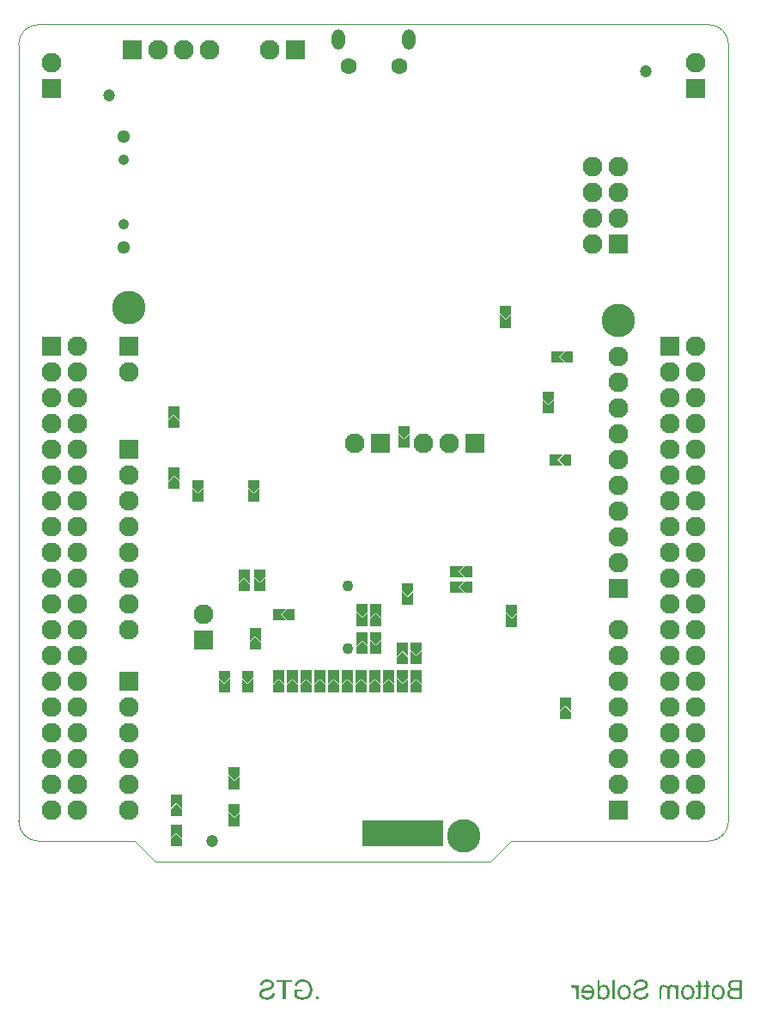
<source format=gbs>
G04 Layer_Color=16711935*
%FSLAX43Y43*%
%MOMM*%
G71*
G01*
G75*
%ADD66C,0.100*%
%ADD83C,1.200*%
%ADD124C,3.300*%
%ADD125C,1.950*%
%ADD126R,1.950X1.950*%
%ADD127R,1.950X1.950*%
%ADD128C,1.290*%
%ADD129C,1.070*%
%ADD130C,1.600*%
%ADD131O,1.300X2.000*%
%ADD132C,1.100*%
%ADD133R,8.000X2.500*%
G36*
X35670Y17390D02*
Y16690D01*
X34570D01*
Y17390D01*
X35120Y17940D01*
X35670Y17390D01*
D02*
G37*
G36*
X34320D02*
Y16690D01*
X33220D01*
Y17390D01*
X33770Y17940D01*
X34320Y17390D01*
D02*
G37*
G36*
X32970D02*
Y16690D01*
X31870D01*
Y17390D01*
X32420Y17940D01*
X32970Y17390D01*
D02*
G37*
G36*
X20850Y16675D02*
X19750D01*
Y18025D01*
X20300Y17475D01*
Y17475D01*
X20850Y18025D01*
Y16675D01*
D02*
G37*
G36*
X39745Y17390D02*
Y16690D01*
X38645D01*
Y17390D01*
X39195Y17940D01*
X39745Y17390D01*
D02*
G37*
G36*
X37020D02*
Y16690D01*
X35920D01*
Y17390D01*
X36470Y17940D01*
X37020Y17390D01*
D02*
G37*
G36*
X27570D02*
Y16690D01*
X26470D01*
Y17390D01*
X27020Y17940D01*
X27570Y17390D01*
D02*
G37*
G36*
X26220D02*
Y16690D01*
X25120D01*
Y17390D01*
X25670Y17940D01*
X26220Y17390D01*
D02*
G37*
G36*
X54450Y14850D02*
X53900Y15400D01*
Y15400D01*
X53350Y14850D01*
Y16200D01*
X54450D01*
Y14850D01*
D02*
G37*
G36*
X31620Y17390D02*
Y16690D01*
X30520D01*
Y17390D01*
X31070Y17940D01*
X31620Y17390D01*
D02*
G37*
G36*
X30270D02*
Y16690D01*
X29170D01*
Y17390D01*
X29720Y17940D01*
X30270Y17390D01*
D02*
G37*
G36*
X28920D02*
Y16690D01*
X27820D01*
Y17390D01*
X28370Y17940D01*
X28920Y17390D01*
D02*
G37*
G36*
X35670Y17490D02*
X35120Y18040D01*
Y18040D01*
X34570Y17490D01*
Y18840D01*
X35670D01*
Y17490D01*
D02*
G37*
G36*
X34320D02*
X33770Y18040D01*
Y18040D01*
X33220Y17490D01*
Y18840D01*
X34320D01*
Y17490D01*
D02*
G37*
G36*
X32970D02*
X32420Y18040D01*
Y18040D01*
X31870Y17490D01*
Y18840D01*
X32970D01*
Y17490D01*
D02*
G37*
G36*
X39745D02*
X39195Y18040D01*
Y18040D01*
X38645Y17490D01*
Y18840D01*
X39745D01*
Y17490D01*
D02*
G37*
G36*
X38395Y16690D02*
X37295D01*
Y18040D01*
X37845Y17490D01*
Y17490D01*
X38395Y18040D01*
Y16690D01*
D02*
G37*
G36*
X37020Y17490D02*
X36470Y18040D01*
Y18040D01*
X35920Y17490D01*
Y18840D01*
X37020D01*
Y17490D01*
D02*
G37*
G36*
X27570D02*
X27020Y18040D01*
Y18040D01*
X26470Y17490D01*
Y18840D01*
X27570D01*
Y17490D01*
D02*
G37*
G36*
X26220D02*
X25670Y18040D01*
Y18040D01*
X25120Y17490D01*
Y18840D01*
X26220D01*
Y17490D01*
D02*
G37*
G36*
X23125Y16675D02*
X22025D01*
Y18025D01*
X22575Y17475D01*
Y17475D01*
X23125Y18025D01*
Y16675D01*
D02*
G37*
G36*
X31620Y17490D02*
X31070Y18040D01*
Y18040D01*
X30520Y17490D01*
Y18840D01*
X31620D01*
Y17490D01*
D02*
G37*
G36*
X30270D02*
X29720Y18040D01*
Y18040D01*
X29170Y17490D01*
Y18840D01*
X30270D01*
Y17490D01*
D02*
G37*
G36*
X28920D02*
X28370Y18040D01*
Y18040D01*
X27820Y17490D01*
Y18840D01*
X28920D01*
Y17490D01*
D02*
G37*
G36*
X54450Y14750D02*
Y14050D01*
X53350D01*
Y14750D01*
X53900Y15300D01*
X54450Y14750D01*
D02*
G37*
G36*
X56172Y-12154D02*
X56222Y-12159D01*
X56269Y-12167D01*
X56314Y-12181D01*
X56355Y-12195D01*
X56394Y-12212D01*
X56430Y-12229D01*
X56461Y-12248D01*
X56491Y-12265D01*
X56516Y-12284D01*
X56539Y-12301D01*
X56555Y-12315D01*
X56569Y-12328D01*
X56580Y-12337D01*
X56586Y-12342D01*
X56589Y-12345D01*
X56619Y-12384D01*
X56647Y-12426D01*
X56672Y-12467D01*
X56694Y-12512D01*
X56711Y-12559D01*
X56725Y-12603D01*
X56747Y-12692D01*
X56755Y-12731D01*
X56761Y-12770D01*
X56763Y-12803D01*
X56766Y-12834D01*
X56769Y-12859D01*
Y-12875D01*
Y-12889D01*
Y-12892D01*
X56766Y-12953D01*
X56761Y-13011D01*
X56752Y-13067D01*
X56741Y-13117D01*
X56727Y-13164D01*
X56714Y-13209D01*
X56697Y-13247D01*
X56680Y-13283D01*
X56664Y-13314D01*
X56647Y-13342D01*
X56633Y-13364D01*
X56619Y-13383D01*
X56608Y-13400D01*
X56600Y-13411D01*
X56594Y-13417D01*
X56591Y-13420D01*
X56555Y-13453D01*
X56519Y-13481D01*
X56480Y-13506D01*
X56439Y-13528D01*
X56400Y-13544D01*
X56358Y-13561D01*
X56280Y-13583D01*
X56244Y-13589D01*
X56211Y-13594D01*
X56180Y-13600D01*
X56155Y-13603D01*
X56136Y-13606D01*
X56106D01*
X56019Y-13600D01*
X55942Y-13586D01*
X55872Y-13569D01*
X55845Y-13558D01*
X55817Y-13547D01*
X55792Y-13536D01*
X55770Y-13525D01*
X55753Y-13517D01*
X55736Y-13508D01*
X55725Y-13500D01*
X55717Y-13494D01*
X55711Y-13489D01*
X55709D01*
X55653Y-13439D01*
X55609Y-13386D01*
X55570Y-13331D01*
X55542Y-13278D01*
X55520Y-13231D01*
X55511Y-13209D01*
X55503Y-13192D01*
X55498Y-13175D01*
X55495Y-13164D01*
X55492Y-13159D01*
Y-13156D01*
X55736Y-13125D01*
X55758Y-13178D01*
X55783Y-13222D01*
X55808Y-13261D01*
X55831Y-13292D01*
X55850Y-13314D01*
X55867Y-13331D01*
X55881Y-13342D01*
X55883Y-13345D01*
X55920Y-13367D01*
X55956Y-13383D01*
X55994Y-13395D01*
X56028Y-13403D01*
X56058Y-13408D01*
X56083Y-13411D01*
X56106D01*
X56139Y-13408D01*
X56169Y-13406D01*
X56225Y-13392D01*
X56275Y-13372D01*
X56319Y-13350D01*
X56353Y-13331D01*
X56378Y-13311D01*
X56394Y-13297D01*
X56397Y-13292D01*
X56400D01*
X56439Y-13242D01*
X56469Y-13186D01*
X56491Y-13125D01*
X56508Y-13070D01*
X56516Y-13020D01*
X56522Y-12998D01*
X56525Y-12978D01*
Y-12961D01*
X56528Y-12950D01*
Y-12942D01*
Y-12939D01*
X55486D01*
X55484Y-12911D01*
Y-12892D01*
Y-12881D01*
Y-12878D01*
X55486Y-12814D01*
X55492Y-12756D01*
X55500Y-12700D01*
X55511Y-12648D01*
X55525Y-12601D01*
X55539Y-12556D01*
X55556Y-12517D01*
X55572Y-12481D01*
X55589Y-12448D01*
X55606Y-12420D01*
X55620Y-12398D01*
X55634Y-12378D01*
X55645Y-12362D01*
X55653Y-12351D01*
X55659Y-12345D01*
X55661Y-12342D01*
X55695Y-12309D01*
X55731Y-12279D01*
X55770Y-12254D01*
X55808Y-12231D01*
X55847Y-12212D01*
X55883Y-12198D01*
X55922Y-12184D01*
X55956Y-12176D01*
X55992Y-12167D01*
X56022Y-12162D01*
X56050Y-12156D01*
X56072Y-12154D01*
X56092Y-12151D01*
X56119D01*
X56172Y-12154D01*
D02*
G37*
G36*
X71300Y-13575D02*
X70567D01*
X70500Y-13572D01*
X70442Y-13569D01*
X70389Y-13564D01*
X70345Y-13558D01*
X70309Y-13553D01*
X70281Y-13550D01*
X70264Y-13544D01*
X70259D01*
X70212Y-13531D01*
X70173Y-13517D01*
X70137Y-13500D01*
X70106Y-13483D01*
X70081Y-13472D01*
X70062Y-13461D01*
X70050Y-13453D01*
X70048Y-13450D01*
X70017Y-13425D01*
X69989Y-13395D01*
X69967Y-13364D01*
X69945Y-13336D01*
X69928Y-13308D01*
X69917Y-13289D01*
X69909Y-13275D01*
X69906Y-13270D01*
X69887Y-13225D01*
X69873Y-13181D01*
X69862Y-13139D01*
X69856Y-13100D01*
X69851Y-13067D01*
X69848Y-13039D01*
Y-13023D01*
Y-13020D01*
Y-13017D01*
X69851Y-12956D01*
X69862Y-12900D01*
X69878Y-12853D01*
X69895Y-12809D01*
X69912Y-12775D01*
X69928Y-12750D01*
X69939Y-12734D01*
X69942Y-12728D01*
X69981Y-12684D01*
X70023Y-12648D01*
X70070Y-12617D01*
X70112Y-12592D01*
X70150Y-12573D01*
X70184Y-12562D01*
X70195Y-12556D01*
X70203Y-12553D01*
X70209Y-12551D01*
X70212D01*
X70164Y-12523D01*
X70123Y-12495D01*
X70089Y-12465D01*
X70062Y-12437D01*
X70039Y-12415D01*
X70023Y-12392D01*
X70014Y-12381D01*
X70012Y-12376D01*
X69989Y-12334D01*
X69973Y-12295D01*
X69959Y-12256D01*
X69951Y-12220D01*
X69945Y-12190D01*
X69942Y-12165D01*
Y-12151D01*
Y-12145D01*
X69945Y-12098D01*
X69953Y-12051D01*
X69967Y-12009D01*
X69981Y-11970D01*
X69995Y-11937D01*
X70009Y-11915D01*
X70017Y-11898D01*
X70020Y-11893D01*
X70050Y-11851D01*
X70084Y-11812D01*
X70120Y-11782D01*
X70153Y-11757D01*
X70181Y-11737D01*
X70206Y-11723D01*
X70223Y-11715D01*
X70225Y-11712D01*
X70228D01*
X70281Y-11693D01*
X70339Y-11679D01*
X70398Y-11668D01*
X70453Y-11662D01*
X70503Y-11657D01*
X70525D01*
X70545Y-11654D01*
X71300D01*
Y-13575D01*
D02*
G37*
G36*
X58785D02*
X58549D01*
Y-11654D01*
X58785D01*
Y-13575D01*
D02*
G37*
G36*
X64467Y-12154D02*
X64515Y-12162D01*
X64556Y-12170D01*
X64592Y-12181D01*
X64623Y-12195D01*
X64645Y-12204D01*
X64659Y-12212D01*
X64665Y-12215D01*
X64703Y-12240D01*
X64737Y-12267D01*
X64767Y-12295D01*
X64792Y-12323D01*
X64812Y-12345D01*
X64828Y-12365D01*
X64837Y-12376D01*
X64840Y-12381D01*
Y-12181D01*
X65051D01*
Y-13575D01*
X64815D01*
Y-12853D01*
X64812Y-12787D01*
X64809Y-12728D01*
X64803Y-12678D01*
X64795Y-12637D01*
X64787Y-12606D01*
X64781Y-12584D01*
X64778Y-12570D01*
X64776Y-12564D01*
X64759Y-12528D01*
X64740Y-12498D01*
X64720Y-12470D01*
X64701Y-12448D01*
X64681Y-12431D01*
X64667Y-12420D01*
X64656Y-12412D01*
X64654Y-12409D01*
X64620Y-12392D01*
X64590Y-12378D01*
X64556Y-12370D01*
X64529Y-12362D01*
X64506Y-12359D01*
X64487Y-12356D01*
X64470D01*
X64423Y-12359D01*
X64384Y-12367D01*
X64351Y-12381D01*
X64326Y-12395D01*
X64306Y-12412D01*
X64293Y-12423D01*
X64284Y-12434D01*
X64282Y-12437D01*
X64262Y-12470D01*
X64248Y-12506D01*
X64237Y-12545D01*
X64232Y-12584D01*
X64226Y-12617D01*
X64223Y-12648D01*
Y-12659D01*
Y-12664D01*
Y-12670D01*
Y-12673D01*
Y-13575D01*
X63987D01*
Y-12767D01*
X63982Y-12692D01*
X63971Y-12628D01*
X63957Y-12576D01*
X63937Y-12531D01*
X63921Y-12498D01*
X63904Y-12476D01*
X63893Y-12462D01*
X63890Y-12456D01*
X63851Y-12423D01*
X63810Y-12398D01*
X63768Y-12381D01*
X63729Y-12367D01*
X63696Y-12362D01*
X63668Y-12359D01*
X63657Y-12356D01*
X63643D01*
X63612Y-12359D01*
X63587Y-12362D01*
X63562Y-12367D01*
X63543Y-12376D01*
X63524Y-12384D01*
X63512Y-12390D01*
X63504Y-12392D01*
X63501Y-12395D01*
X63479Y-12412D01*
X63463Y-12428D01*
X63449Y-12445D01*
X63438Y-12462D01*
X63429Y-12476D01*
X63424Y-12487D01*
X63418Y-12495D01*
Y-12498D01*
X63410Y-12523D01*
X63404Y-12556D01*
X63401Y-12589D01*
X63399Y-12623D01*
X63396Y-12653D01*
Y-12678D01*
Y-12695D01*
Y-12698D01*
Y-12700D01*
Y-13575D01*
X63160D01*
Y-12620D01*
Y-12576D01*
X63165Y-12537D01*
X63171Y-12498D01*
X63177Y-12465D01*
X63185Y-12431D01*
X63196Y-12403D01*
X63204Y-12378D01*
X63215Y-12353D01*
X63227Y-12334D01*
X63235Y-12315D01*
X63254Y-12290D01*
X63265Y-12273D01*
X63271Y-12267D01*
X63315Y-12229D01*
X63368Y-12201D01*
X63421Y-12179D01*
X63471Y-12165D01*
X63518Y-12156D01*
X63537Y-12154D01*
X63557D01*
X63571Y-12151D01*
X63590D01*
X63640Y-12154D01*
X63685Y-12162D01*
X63729Y-12173D01*
X63771Y-12190D01*
X63810Y-12209D01*
X63846Y-12229D01*
X63876Y-12251D01*
X63907Y-12273D01*
X63934Y-12298D01*
X63957Y-12320D01*
X63976Y-12340D01*
X63993Y-12359D01*
X64007Y-12376D01*
X64015Y-12387D01*
X64021Y-12395D01*
X64023Y-12398D01*
X64040Y-12356D01*
X64062Y-12320D01*
X64087Y-12290D01*
X64109Y-12265D01*
X64132Y-12242D01*
X64148Y-12229D01*
X64159Y-12220D01*
X64165Y-12217D01*
X64204Y-12195D01*
X64245Y-12179D01*
X64287Y-12167D01*
X64329Y-12159D01*
X64362Y-12154D01*
X64393Y-12151D01*
X64418D01*
X64467Y-12154D01*
D02*
G37*
G36*
X67996Y-11837D02*
Y-12181D01*
X68171D01*
Y-12365D01*
X67996D01*
Y-13170D01*
Y-13209D01*
Y-13242D01*
X67993Y-13272D01*
X67991Y-13303D01*
Y-13328D01*
X67988Y-13350D01*
X67982Y-13386D01*
X67977Y-13414D01*
X67974Y-13433D01*
X67968Y-13445D01*
Y-13447D01*
X67957Y-13472D01*
X67941Y-13492D01*
X67924Y-13511D01*
X67910Y-13525D01*
X67893Y-13539D01*
X67882Y-13547D01*
X67874Y-13553D01*
X67871Y-13556D01*
X67841Y-13569D01*
X67810Y-13578D01*
X67777Y-13586D01*
X67743Y-13589D01*
X67716Y-13592D01*
X67693Y-13594D01*
X67671D01*
X67610Y-13592D01*
X67580Y-13589D01*
X67552Y-13583D01*
X67527Y-13581D01*
X67507Y-13578D01*
X67496Y-13575D01*
X67491D01*
X67521Y-13367D01*
X67544Y-13370D01*
X67566Y-13372D01*
X67585D01*
X67599Y-13375D01*
X67627D01*
X67663Y-13372D01*
X67688Y-13367D01*
X67702Y-13361D01*
X67707Y-13358D01*
X67727Y-13345D01*
X67738Y-13331D01*
X67746Y-13320D01*
X67749Y-13314D01*
X67752Y-13300D01*
X67755Y-13281D01*
X67757Y-13236D01*
X67760Y-13217D01*
Y-13200D01*
Y-13189D01*
Y-13184D01*
Y-12365D01*
X67521D01*
Y-12181D01*
X67760D01*
Y-11696D01*
X67996Y-11837D01*
D02*
G37*
G36*
X67249D02*
Y-12181D01*
X67424D01*
Y-12365D01*
X67249D01*
Y-13170D01*
Y-13209D01*
Y-13242D01*
X67246Y-13272D01*
X67244Y-13303D01*
Y-13328D01*
X67241Y-13350D01*
X67235Y-13386D01*
X67230Y-13414D01*
X67227Y-13433D01*
X67222Y-13445D01*
Y-13447D01*
X67210Y-13472D01*
X67194Y-13492D01*
X67177Y-13511D01*
X67163Y-13525D01*
X67147Y-13539D01*
X67135Y-13547D01*
X67127Y-13553D01*
X67124Y-13556D01*
X67094Y-13569D01*
X67063Y-13578D01*
X67030Y-13586D01*
X66997Y-13589D01*
X66969Y-13592D01*
X66947Y-13594D01*
X66924D01*
X66863Y-13592D01*
X66833Y-13589D01*
X66805Y-13583D01*
X66780Y-13581D01*
X66761Y-13578D01*
X66750Y-13575D01*
X66744D01*
X66775Y-13367D01*
X66797Y-13370D01*
X66819Y-13372D01*
X66838D01*
X66852Y-13375D01*
X66880D01*
X66916Y-13372D01*
X66941Y-13367D01*
X66955Y-13361D01*
X66961Y-13358D01*
X66980Y-13345D01*
X66991Y-13331D01*
X66999Y-13320D01*
X67002Y-13314D01*
X67005Y-13300D01*
X67008Y-13281D01*
X67011Y-13236D01*
X67013Y-13217D01*
Y-13200D01*
Y-13189D01*
Y-13184D01*
Y-12365D01*
X66775D01*
Y-12181D01*
X67013D01*
Y-11696D01*
X67249Y-11837D01*
D02*
G37*
G36*
X59756Y-12154D02*
X59801Y-12156D01*
X59887Y-12176D01*
X59962Y-12201D01*
X59995Y-12215D01*
X60026Y-12229D01*
X60053Y-12242D01*
X60076Y-12256D01*
X60098Y-12270D01*
X60114Y-12281D01*
X60128Y-12292D01*
X60139Y-12301D01*
X60145Y-12304D01*
X60148Y-12306D01*
X60187Y-12342D01*
X60217Y-12384D01*
X60248Y-12428D01*
X60270Y-12473D01*
X60292Y-12520D01*
X60309Y-12570D01*
X60323Y-12617D01*
X60334Y-12662D01*
X60345Y-12706D01*
X60350Y-12745D01*
X60356Y-12784D01*
X60359Y-12814D01*
Y-12842D01*
X60361Y-12862D01*
Y-12873D01*
Y-12878D01*
X60359Y-12942D01*
X60353Y-13003D01*
X60345Y-13059D01*
X60334Y-13111D01*
X60320Y-13159D01*
X60306Y-13203D01*
X60289Y-13245D01*
X60273Y-13281D01*
X60256Y-13314D01*
X60239Y-13342D01*
X60225Y-13364D01*
X60212Y-13383D01*
X60200Y-13400D01*
X60192Y-13411D01*
X60187Y-13417D01*
X60184Y-13420D01*
X60148Y-13453D01*
X60112Y-13481D01*
X60073Y-13506D01*
X60034Y-13528D01*
X59995Y-13544D01*
X59953Y-13561D01*
X59878Y-13583D01*
X59845Y-13589D01*
X59812Y-13594D01*
X59784Y-13600D01*
X59759Y-13603D01*
X59737Y-13606D01*
X59709D01*
X59642Y-13603D01*
X59581Y-13592D01*
X59523Y-13578D01*
X59476Y-13564D01*
X59434Y-13547D01*
X59418Y-13542D01*
X59404Y-13536D01*
X59390Y-13531D01*
X59381Y-13525D01*
X59379Y-13522D01*
X59376D01*
X59320Y-13486D01*
X59273Y-13447D01*
X59232Y-13408D01*
X59198Y-13370D01*
X59173Y-13336D01*
X59154Y-13308D01*
X59148Y-13297D01*
X59143Y-13289D01*
X59140Y-13286D01*
Y-13283D01*
X59112Y-13220D01*
X59093Y-13150D01*
X59076Y-13081D01*
X59068Y-13011D01*
X59062Y-12981D01*
Y-12953D01*
X59059Y-12925D01*
X59057Y-12903D01*
Y-12884D01*
Y-12870D01*
Y-12862D01*
Y-12859D01*
X59059Y-12798D01*
X59065Y-12742D01*
X59073Y-12689D01*
X59084Y-12639D01*
X59098Y-12592D01*
X59115Y-12551D01*
X59132Y-12509D01*
X59148Y-12476D01*
X59165Y-12445D01*
X59182Y-12417D01*
X59198Y-12392D01*
X59212Y-12373D01*
X59223Y-12359D01*
X59232Y-12348D01*
X59237Y-12342D01*
X59240Y-12340D01*
X59276Y-12306D01*
X59312Y-12279D01*
X59351Y-12251D01*
X59390Y-12231D01*
X59429Y-12212D01*
X59468Y-12198D01*
X59542Y-12173D01*
X59579Y-12167D01*
X59609Y-12162D01*
X59637Y-12156D01*
X59662Y-12154D01*
X59681Y-12151D01*
X59709D01*
X59756Y-12154D01*
D02*
G37*
G36*
X57299Y-12342D02*
X57324Y-12312D01*
X57352Y-12287D01*
X57377Y-12262D01*
X57405Y-12242D01*
X57427Y-12229D01*
X57444Y-12215D01*
X57455Y-12209D01*
X57460Y-12206D01*
X57496Y-12187D01*
X57535Y-12173D01*
X57574Y-12165D01*
X57610Y-12156D01*
X57641Y-12154D01*
X57663Y-12151D01*
X57685D01*
X57746Y-12154D01*
X57805Y-12165D01*
X57857Y-12179D01*
X57902Y-12195D01*
X57941Y-12215D01*
X57968Y-12229D01*
X57979Y-12234D01*
X57988Y-12240D01*
X57991Y-12242D01*
X57993D01*
X58043Y-12279D01*
X58085Y-12323D01*
X58121Y-12365D01*
X58149Y-12406D01*
X58171Y-12445D01*
X58188Y-12476D01*
X58193Y-12487D01*
X58199Y-12495D01*
X58202Y-12501D01*
Y-12503D01*
X58224Y-12567D01*
X58240Y-12634D01*
X58254Y-12698D01*
X58263Y-12756D01*
X58268Y-12806D01*
Y-12828D01*
X58271Y-12845D01*
Y-12862D01*
Y-12873D01*
Y-12878D01*
Y-12881D01*
X58268Y-12959D01*
X58260Y-13031D01*
X58246Y-13095D01*
X58232Y-13150D01*
X58227Y-13175D01*
X58221Y-13195D01*
X58213Y-13214D01*
X58207Y-13231D01*
X58202Y-13242D01*
X58199Y-13250D01*
X58196Y-13256D01*
Y-13259D01*
X58165Y-13317D01*
X58129Y-13367D01*
X58093Y-13411D01*
X58057Y-13447D01*
X58027Y-13475D01*
X58002Y-13497D01*
X57985Y-13508D01*
X57982Y-13514D01*
X57979D01*
X57927Y-13544D01*
X57874Y-13567D01*
X57821Y-13583D01*
X57774Y-13594D01*
X57735Y-13600D01*
X57702Y-13603D01*
X57691Y-13606D01*
X57674D01*
X57627Y-13603D01*
X57582Y-13597D01*
X57541Y-13586D01*
X57505Y-13572D01*
X57469Y-13558D01*
X57435Y-13542D01*
X57408Y-13522D01*
X57383Y-13503D01*
X57358Y-13483D01*
X57338Y-13464D01*
X57322Y-13447D01*
X57308Y-13433D01*
X57297Y-13420D01*
X57288Y-13408D01*
X57285Y-13403D01*
X57283Y-13400D01*
Y-13575D01*
X57063D01*
Y-11654D01*
X57299D01*
Y-12342D01*
D02*
G37*
G36*
X61444Y-11623D02*
X61508Y-11632D01*
X61569Y-11643D01*
X61622Y-11654D01*
X61664Y-11665D01*
X61683Y-11671D01*
X61697Y-11676D01*
X61708Y-11682D01*
X61716Y-11684D01*
X61722Y-11687D01*
X61725D01*
X61780Y-11715D01*
X61830Y-11745D01*
X61872Y-11779D01*
X61905Y-11809D01*
X61930Y-11837D01*
X61949Y-11859D01*
X61963Y-11876D01*
X61966Y-11879D01*
Y-11882D01*
X61994Y-11929D01*
X62013Y-11976D01*
X62027Y-12023D01*
X62036Y-12065D01*
X62041Y-12101D01*
X62047Y-12129D01*
Y-12140D01*
Y-12148D01*
Y-12151D01*
Y-12154D01*
X62044Y-12201D01*
X62036Y-12245D01*
X62024Y-12287D01*
X62013Y-12323D01*
X62002Y-12351D01*
X61991Y-12373D01*
X61983Y-12387D01*
X61980Y-12392D01*
X61952Y-12431D01*
X61919Y-12467D01*
X61886Y-12498D01*
X61852Y-12523D01*
X61825Y-12545D01*
X61800Y-12559D01*
X61783Y-12570D01*
X61780Y-12573D01*
X61777D01*
X61755Y-12584D01*
X61730Y-12595D01*
X61675Y-12614D01*
X61611Y-12634D01*
X61550Y-12653D01*
X61494Y-12670D01*
X61469Y-12676D01*
X61447Y-12681D01*
X61430Y-12687D01*
X61416Y-12689D01*
X61408Y-12692D01*
X61405D01*
X61358Y-12703D01*
X61314Y-12714D01*
X61275Y-12725D01*
X61242Y-12734D01*
X61208Y-12742D01*
X61180Y-12750D01*
X61155Y-12756D01*
X61136Y-12764D01*
X61117Y-12770D01*
X61103Y-12773D01*
X61081Y-12781D01*
X61067Y-12784D01*
X61064Y-12787D01*
X61022Y-12803D01*
X60986Y-12823D01*
X60956Y-12842D01*
X60933Y-12859D01*
X60914Y-12875D01*
X60903Y-12887D01*
X60895Y-12895D01*
X60892Y-12898D01*
X60872Y-12923D01*
X60858Y-12950D01*
X60850Y-12978D01*
X60842Y-13000D01*
X60839Y-13023D01*
X60836Y-13039D01*
Y-13053D01*
Y-13056D01*
X60839Y-13089D01*
X60845Y-13120D01*
X60853Y-13147D01*
X60864Y-13170D01*
X60875Y-13192D01*
X60883Y-13206D01*
X60889Y-13217D01*
X60892Y-13220D01*
X60914Y-13247D01*
X60942Y-13270D01*
X60969Y-13289D01*
X60994Y-13308D01*
X61019Y-13320D01*
X61039Y-13331D01*
X61053Y-13336D01*
X61058Y-13339D01*
X61100Y-13353D01*
X61144Y-13364D01*
X61189Y-13370D01*
X61228Y-13375D01*
X61261Y-13378D01*
X61289Y-13381D01*
X61314D01*
X61375Y-13378D01*
X61430Y-13372D01*
X61480Y-13364D01*
X61525Y-13353D01*
X61561Y-13342D01*
X61589Y-13333D01*
X61597Y-13331D01*
X61605Y-13328D01*
X61608Y-13325D01*
X61611D01*
X61655Y-13303D01*
X61697Y-13278D01*
X61727Y-13253D01*
X61755Y-13228D01*
X61777Y-13209D01*
X61791Y-13189D01*
X61800Y-13178D01*
X61802Y-13175D01*
X61822Y-13139D01*
X61841Y-13100D01*
X61852Y-13059D01*
X61863Y-13023D01*
X61872Y-12986D01*
X61877Y-12961D01*
Y-12950D01*
X61880Y-12942D01*
Y-12939D01*
Y-12936D01*
X62119Y-12959D01*
X62113Y-13028D01*
X62102Y-13095D01*
X62086Y-13153D01*
X62066Y-13206D01*
X62047Y-13247D01*
X62038Y-13264D01*
X62033Y-13278D01*
X62024Y-13289D01*
X62022Y-13297D01*
X62016Y-13303D01*
Y-13306D01*
X61974Y-13358D01*
X61930Y-13406D01*
X61883Y-13445D01*
X61838Y-13478D01*
X61800Y-13503D01*
X61766Y-13519D01*
X61755Y-13525D01*
X61747Y-13531D01*
X61741Y-13533D01*
X61738D01*
X61669Y-13558D01*
X61597Y-13578D01*
X61525Y-13589D01*
X61455Y-13600D01*
X61422Y-13603D01*
X61394Y-13606D01*
X61369D01*
X61347Y-13608D01*
X61303D01*
X61228Y-13606D01*
X61158Y-13597D01*
X61094Y-13583D01*
X61042Y-13569D01*
X60997Y-13558D01*
X60978Y-13550D01*
X60961Y-13544D01*
X60950Y-13539D01*
X60942Y-13536D01*
X60936Y-13533D01*
X60933D01*
X60875Y-13503D01*
X60825Y-13470D01*
X60781Y-13433D01*
X60745Y-13400D01*
X60717Y-13372D01*
X60697Y-13347D01*
X60684Y-13331D01*
X60681Y-13328D01*
Y-13325D01*
X60650Y-13272D01*
X60628Y-13222D01*
X60614Y-13175D01*
X60603Y-13131D01*
X60597Y-13092D01*
X60592Y-13061D01*
Y-13050D01*
Y-13042D01*
Y-13039D01*
Y-13036D01*
X60595Y-12981D01*
X60603Y-12928D01*
X60617Y-12881D01*
X60631Y-12842D01*
X60647Y-12809D01*
X60659Y-12784D01*
X60670Y-12770D01*
X60672Y-12764D01*
X60706Y-12723D01*
X60745Y-12684D01*
X60786Y-12651D01*
X60828Y-12620D01*
X60864Y-12598D01*
X60895Y-12581D01*
X60906Y-12576D01*
X60914Y-12570D01*
X60919Y-12567D01*
X60922D01*
X60944Y-12556D01*
X60972Y-12548D01*
X61003Y-12537D01*
X61036Y-12526D01*
X61105Y-12506D01*
X61178Y-12487D01*
X61211Y-12478D01*
X61242Y-12470D01*
X61272Y-12462D01*
X61297Y-12456D01*
X61316Y-12451D01*
X61333Y-12448D01*
X61344Y-12445D01*
X61347D01*
X61403Y-12431D01*
X61453Y-12420D01*
X61497Y-12406D01*
X61536Y-12395D01*
X61572Y-12381D01*
X61602Y-12370D01*
X61630Y-12359D01*
X61655Y-12351D01*
X61675Y-12340D01*
X61691Y-12331D01*
X61702Y-12326D01*
X61713Y-12317D01*
X61727Y-12309D01*
X61730Y-12306D01*
X61755Y-12279D01*
X61772Y-12251D01*
X61786Y-12223D01*
X61794Y-12195D01*
X61800Y-12173D01*
X61802Y-12154D01*
Y-12142D01*
Y-12137D01*
X61797Y-12092D01*
X61786Y-12054D01*
X61769Y-12020D01*
X61750Y-11990D01*
X61733Y-11968D01*
X61716Y-11948D01*
X61705Y-11937D01*
X61700Y-11934D01*
X61677Y-11920D01*
X61655Y-11906D01*
X61602Y-11884D01*
X61547Y-11870D01*
X61491Y-11859D01*
X61441Y-11854D01*
X61419Y-11851D01*
X61403Y-11848D01*
X61364D01*
X61286Y-11851D01*
X61217Y-11862D01*
X61161Y-11879D01*
X61114Y-11895D01*
X61078Y-11912D01*
X61050Y-11929D01*
X61036Y-11940D01*
X61031Y-11943D01*
X60992Y-11981D01*
X60961Y-12023D01*
X60936Y-12068D01*
X60919Y-12112D01*
X60908Y-12154D01*
X60900Y-12184D01*
X60897Y-12198D01*
X60895Y-12206D01*
Y-12212D01*
Y-12215D01*
X60650Y-12195D01*
X60656Y-12134D01*
X60670Y-12079D01*
X60684Y-12026D01*
X60703Y-11981D01*
X60720Y-11945D01*
X60733Y-11918D01*
X60739Y-11909D01*
X60745Y-11901D01*
X60747Y-11898D01*
Y-11895D01*
X60783Y-11848D01*
X60822Y-11807D01*
X60864Y-11770D01*
X60906Y-11743D01*
X60942Y-11718D01*
X60969Y-11704D01*
X60981Y-11698D01*
X60989Y-11693D01*
X60994Y-11690D01*
X60997D01*
X61058Y-11668D01*
X61125Y-11651D01*
X61186Y-11637D01*
X61244Y-11629D01*
X61297Y-11623D01*
X61316D01*
X61336Y-11621D01*
X61372D01*
X61444Y-11623D01*
D02*
G37*
G36*
X54715Y-12154D02*
X54742Y-12159D01*
X54770Y-12167D01*
X54792Y-12176D01*
X54809Y-12184D01*
X54826Y-12192D01*
X54834Y-12198D01*
X54837Y-12201D01*
X54862Y-12223D01*
X54887Y-12251D01*
X54912Y-12284D01*
X54934Y-12315D01*
X54956Y-12345D01*
X54970Y-12370D01*
X54981Y-12390D01*
X54984Y-12392D01*
Y-12181D01*
X55198D01*
Y-13575D01*
X54962D01*
Y-12848D01*
X54959Y-12792D01*
X54956Y-12742D01*
X54951Y-12695D01*
X54942Y-12653D01*
X54934Y-12620D01*
X54928Y-12595D01*
X54926Y-12578D01*
X54923Y-12573D01*
X54912Y-12542D01*
X54898Y-12517D01*
X54884Y-12495D01*
X54870Y-12476D01*
X54856Y-12462D01*
X54848Y-12451D01*
X54840Y-12445D01*
X54837Y-12442D01*
X54815Y-12426D01*
X54790Y-12415D01*
X54765Y-12406D01*
X54745Y-12401D01*
X54726Y-12398D01*
X54712Y-12395D01*
X54698D01*
X54667Y-12398D01*
X54637Y-12403D01*
X54606Y-12412D01*
X54581Y-12420D01*
X54559Y-12428D01*
X54543Y-12437D01*
X54531Y-12442D01*
X54529Y-12445D01*
X54443Y-12229D01*
X54490Y-12204D01*
X54534Y-12184D01*
X54573Y-12170D01*
X54609Y-12159D01*
X54640Y-12154D01*
X54665Y-12151D01*
X54684D01*
X54715Y-12154D01*
D02*
G37*
G36*
X69012D02*
X69057Y-12156D01*
X69143Y-12176D01*
X69218Y-12201D01*
X69251Y-12215D01*
X69281Y-12229D01*
X69309Y-12242D01*
X69331Y-12256D01*
X69354Y-12270D01*
X69370Y-12281D01*
X69384Y-12292D01*
X69395Y-12301D01*
X69401Y-12304D01*
X69404Y-12306D01*
X69442Y-12342D01*
X69473Y-12384D01*
X69504Y-12428D01*
X69526Y-12473D01*
X69548Y-12520D01*
X69565Y-12570D01*
X69579Y-12617D01*
X69590Y-12662D01*
X69601Y-12706D01*
X69606Y-12745D01*
X69612Y-12784D01*
X69615Y-12814D01*
Y-12842D01*
X69617Y-12862D01*
Y-12873D01*
Y-12878D01*
X69615Y-12942D01*
X69609Y-13003D01*
X69601Y-13059D01*
X69590Y-13111D01*
X69576Y-13159D01*
X69562Y-13203D01*
X69545Y-13245D01*
X69529Y-13281D01*
X69512Y-13314D01*
X69495Y-13342D01*
X69481Y-13364D01*
X69467Y-13383D01*
X69456Y-13400D01*
X69448Y-13411D01*
X69442Y-13417D01*
X69440Y-13420D01*
X69404Y-13453D01*
X69368Y-13481D01*
X69329Y-13506D01*
X69290Y-13528D01*
X69251Y-13544D01*
X69209Y-13561D01*
X69134Y-13583D01*
X69101Y-13589D01*
X69068Y-13594D01*
X69040Y-13600D01*
X69015Y-13603D01*
X68993Y-13606D01*
X68965D01*
X68898Y-13603D01*
X68837Y-13592D01*
X68779Y-13578D01*
X68732Y-13564D01*
X68690Y-13547D01*
X68673Y-13542D01*
X68660Y-13536D01*
X68646Y-13531D01*
X68637Y-13525D01*
X68635Y-13522D01*
X68632D01*
X68576Y-13486D01*
X68529Y-13447D01*
X68487Y-13408D01*
X68454Y-13370D01*
X68429Y-13336D01*
X68410Y-13308D01*
X68404Y-13297D01*
X68399Y-13289D01*
X68396Y-13286D01*
Y-13283D01*
X68368Y-13220D01*
X68349Y-13150D01*
X68332Y-13081D01*
X68324Y-13011D01*
X68318Y-12981D01*
Y-12953D01*
X68315Y-12925D01*
X68313Y-12903D01*
Y-12884D01*
Y-12870D01*
Y-12862D01*
Y-12859D01*
X68315Y-12798D01*
X68321Y-12742D01*
X68329Y-12689D01*
X68340Y-12639D01*
X68354Y-12592D01*
X68371Y-12551D01*
X68388Y-12509D01*
X68404Y-12476D01*
X68421Y-12445D01*
X68438Y-12417D01*
X68454Y-12392D01*
X68468Y-12373D01*
X68479Y-12359D01*
X68487Y-12348D01*
X68493Y-12342D01*
X68496Y-12340D01*
X68532Y-12306D01*
X68568Y-12279D01*
X68607Y-12251D01*
X68646Y-12231D01*
X68685Y-12212D01*
X68723Y-12198D01*
X68798Y-12173D01*
X68835Y-12167D01*
X68865Y-12162D01*
X68893Y-12156D01*
X68918Y-12154D01*
X68937Y-12151D01*
X68965D01*
X69012Y-12154D01*
D02*
G37*
G36*
X66025D02*
X66069Y-12156D01*
X66155Y-12176D01*
X66230Y-12201D01*
X66264Y-12215D01*
X66294Y-12229D01*
X66322Y-12242D01*
X66344Y-12256D01*
X66366Y-12270D01*
X66383Y-12281D01*
X66397Y-12292D01*
X66408Y-12301D01*
X66414Y-12304D01*
X66416Y-12306D01*
X66455Y-12342D01*
X66486Y-12384D01*
X66516Y-12428D01*
X66539Y-12473D01*
X66561Y-12520D01*
X66577Y-12570D01*
X66591Y-12617D01*
X66602Y-12662D01*
X66614Y-12706D01*
X66619Y-12745D01*
X66625Y-12784D01*
X66627Y-12814D01*
Y-12842D01*
X66630Y-12862D01*
Y-12873D01*
Y-12878D01*
X66627Y-12942D01*
X66622Y-13003D01*
X66614Y-13059D01*
X66602Y-13111D01*
X66589Y-13159D01*
X66575Y-13203D01*
X66558Y-13245D01*
X66541Y-13281D01*
X66525Y-13314D01*
X66508Y-13342D01*
X66494Y-13364D01*
X66480Y-13383D01*
X66469Y-13400D01*
X66461Y-13411D01*
X66455Y-13417D01*
X66452Y-13420D01*
X66416Y-13453D01*
X66380Y-13481D01*
X66341Y-13506D01*
X66303Y-13528D01*
X66264Y-13544D01*
X66222Y-13561D01*
X66147Y-13583D01*
X66114Y-13589D01*
X66080Y-13594D01*
X66053Y-13600D01*
X66028Y-13603D01*
X66006Y-13606D01*
X65978D01*
X65911Y-13603D01*
X65850Y-13592D01*
X65792Y-13578D01*
X65745Y-13564D01*
X65703Y-13547D01*
X65686Y-13542D01*
X65672Y-13536D01*
X65659Y-13531D01*
X65650Y-13525D01*
X65647Y-13522D01*
X65645D01*
X65589Y-13486D01*
X65542Y-13447D01*
X65500Y-13408D01*
X65467Y-13370D01*
X65442Y-13336D01*
X65423Y-13308D01*
X65417Y-13297D01*
X65411Y-13289D01*
X65409Y-13286D01*
Y-13283D01*
X65381Y-13220D01*
X65361Y-13150D01*
X65345Y-13081D01*
X65336Y-13011D01*
X65331Y-12981D01*
Y-12953D01*
X65328Y-12925D01*
X65325Y-12903D01*
Y-12884D01*
Y-12870D01*
Y-12862D01*
Y-12859D01*
X65328Y-12798D01*
X65334Y-12742D01*
X65342Y-12689D01*
X65353Y-12639D01*
X65367Y-12592D01*
X65384Y-12551D01*
X65400Y-12509D01*
X65417Y-12476D01*
X65434Y-12445D01*
X65450Y-12417D01*
X65467Y-12392D01*
X65481Y-12373D01*
X65492Y-12359D01*
X65500Y-12348D01*
X65506Y-12342D01*
X65509Y-12340D01*
X65545Y-12306D01*
X65581Y-12279D01*
X65620Y-12251D01*
X65659Y-12231D01*
X65697Y-12212D01*
X65736Y-12198D01*
X65811Y-12173D01*
X65847Y-12167D01*
X65878Y-12162D01*
X65906Y-12156D01*
X65931Y-12154D01*
X65950Y-12151D01*
X65978D01*
X66025Y-12154D01*
D02*
G37*
G36*
X16075Y5150D02*
Y4450D01*
X14975D01*
Y5150D01*
X15525Y5700D01*
X16075Y5150D01*
D02*
G37*
G36*
X21800Y4925D02*
X21250Y4375D01*
X20700Y4925D01*
Y5625D01*
X21800D01*
Y4925D01*
D02*
G37*
G36*
Y3475D02*
X20700D01*
Y4825D01*
X21250Y4275D01*
Y4275D01*
X21800Y4825D01*
Y3475D01*
D02*
G37*
G36*
Y8575D02*
X21250Y8025D01*
X20700Y8575D01*
Y9275D01*
X21800D01*
Y8575D01*
D02*
G37*
G36*
Y7125D02*
X20700D01*
Y8475D01*
X21250Y7925D01*
Y7925D01*
X21800Y8475D01*
Y7125D01*
D02*
G37*
G36*
X16075Y5250D02*
X15525Y5800D01*
Y5800D01*
X14975Y5250D01*
Y6600D01*
X16075D01*
Y5250D01*
D02*
G37*
G36*
X29605Y-13575D02*
X29336D01*
Y-13306D01*
X29605D01*
Y-13575D01*
D02*
G37*
G36*
X26951Y-11882D02*
X26318D01*
Y-13575D01*
X26063D01*
Y-11882D01*
X25430D01*
Y-11654D01*
X26951D01*
Y-11882D01*
D02*
G37*
G36*
X24577Y-11623D02*
X24641Y-11632D01*
X24702Y-11643D01*
X24755Y-11654D01*
X24797Y-11665D01*
X24816Y-11671D01*
X24830Y-11676D01*
X24841Y-11682D01*
X24849Y-11684D01*
X24855Y-11687D01*
X24858D01*
X24913Y-11715D01*
X24963Y-11745D01*
X25005Y-11779D01*
X25038Y-11809D01*
X25063Y-11837D01*
X25083Y-11859D01*
X25096Y-11876D01*
X25099Y-11879D01*
Y-11882D01*
X25127Y-11929D01*
X25146Y-11976D01*
X25160Y-12023D01*
X25169Y-12065D01*
X25174Y-12101D01*
X25180Y-12129D01*
Y-12140D01*
Y-12148D01*
Y-12151D01*
Y-12154D01*
X25177Y-12201D01*
X25169Y-12245D01*
X25157Y-12287D01*
X25146Y-12323D01*
X25135Y-12351D01*
X25124Y-12373D01*
X25116Y-12387D01*
X25113Y-12392D01*
X25085Y-12431D01*
X25052Y-12467D01*
X25019Y-12498D01*
X24985Y-12523D01*
X24958Y-12545D01*
X24933Y-12559D01*
X24916Y-12570D01*
X24913Y-12573D01*
X24910D01*
X24888Y-12584D01*
X24863Y-12595D01*
X24808Y-12614D01*
X24744Y-12634D01*
X24683Y-12653D01*
X24627Y-12670D01*
X24602Y-12676D01*
X24580Y-12681D01*
X24563Y-12687D01*
X24549Y-12689D01*
X24541Y-12692D01*
X24538D01*
X24491Y-12703D01*
X24447Y-12714D01*
X24408Y-12725D01*
X24375Y-12734D01*
X24341Y-12742D01*
X24314Y-12750D01*
X24289Y-12756D01*
X24269Y-12764D01*
X24250Y-12770D01*
X24236Y-12773D01*
X24214Y-12781D01*
X24200Y-12784D01*
X24197Y-12787D01*
X24155Y-12803D01*
X24119Y-12823D01*
X24089Y-12842D01*
X24066Y-12859D01*
X24047Y-12875D01*
X24036Y-12887D01*
X24028Y-12895D01*
X24025Y-12898D01*
X24005Y-12923D01*
X23991Y-12950D01*
X23983Y-12978D01*
X23975Y-13000D01*
X23972Y-13023D01*
X23969Y-13039D01*
Y-13053D01*
Y-13056D01*
X23972Y-13089D01*
X23978Y-13120D01*
X23986Y-13147D01*
X23997Y-13170D01*
X24008Y-13192D01*
X24016Y-13206D01*
X24022Y-13217D01*
X24025Y-13220D01*
X24047Y-13247D01*
X24075Y-13270D01*
X24103Y-13289D01*
X24128Y-13308D01*
X24153Y-13320D01*
X24172Y-13331D01*
X24186Y-13336D01*
X24191Y-13339D01*
X24233Y-13353D01*
X24277Y-13364D01*
X24322Y-13370D01*
X24361Y-13375D01*
X24394Y-13378D01*
X24422Y-13381D01*
X24447D01*
X24508Y-13378D01*
X24563Y-13372D01*
X24613Y-13364D01*
X24658Y-13353D01*
X24694Y-13342D01*
X24722Y-13333D01*
X24730Y-13331D01*
X24738Y-13328D01*
X24741Y-13325D01*
X24744D01*
X24788Y-13303D01*
X24830Y-13278D01*
X24860Y-13253D01*
X24888Y-13228D01*
X24910Y-13209D01*
X24924Y-13189D01*
X24933Y-13178D01*
X24935Y-13175D01*
X24955Y-13139D01*
X24974Y-13100D01*
X24985Y-13059D01*
X24996Y-13023D01*
X25005Y-12986D01*
X25010Y-12961D01*
Y-12950D01*
X25013Y-12942D01*
Y-12939D01*
Y-12936D01*
X25252Y-12959D01*
X25246Y-13028D01*
X25235Y-13095D01*
X25219Y-13153D01*
X25199Y-13206D01*
X25180Y-13247D01*
X25171Y-13264D01*
X25166Y-13278D01*
X25157Y-13289D01*
X25155Y-13297D01*
X25149Y-13303D01*
Y-13306D01*
X25108Y-13358D01*
X25063Y-13406D01*
X25016Y-13445D01*
X24971Y-13478D01*
X24933Y-13503D01*
X24899Y-13519D01*
X24888Y-13525D01*
X24880Y-13531D01*
X24874Y-13533D01*
X24872D01*
X24802Y-13558D01*
X24730Y-13578D01*
X24658Y-13589D01*
X24588Y-13600D01*
X24555Y-13603D01*
X24527Y-13606D01*
X24502D01*
X24480Y-13608D01*
X24436D01*
X24361Y-13606D01*
X24291Y-13597D01*
X24227Y-13583D01*
X24175Y-13569D01*
X24130Y-13558D01*
X24111Y-13550D01*
X24094Y-13544D01*
X24083Y-13539D01*
X24075Y-13536D01*
X24069Y-13533D01*
X24066D01*
X24008Y-13503D01*
X23958Y-13470D01*
X23914Y-13433D01*
X23878Y-13400D01*
X23850Y-13372D01*
X23830Y-13347D01*
X23817Y-13331D01*
X23814Y-13328D01*
Y-13325D01*
X23783Y-13272D01*
X23761Y-13222D01*
X23747Y-13175D01*
X23736Y-13131D01*
X23731Y-13092D01*
X23725Y-13061D01*
Y-13050D01*
Y-13042D01*
Y-13039D01*
Y-13036D01*
X23728Y-12981D01*
X23736Y-12928D01*
X23750Y-12881D01*
X23764Y-12842D01*
X23780Y-12809D01*
X23792Y-12784D01*
X23803Y-12770D01*
X23805Y-12764D01*
X23839Y-12723D01*
X23878Y-12684D01*
X23919Y-12651D01*
X23961Y-12620D01*
X23997Y-12598D01*
X24028Y-12581D01*
X24039Y-12576D01*
X24047Y-12570D01*
X24053Y-12567D01*
X24055D01*
X24078Y-12556D01*
X24105Y-12548D01*
X24136Y-12537D01*
X24169Y-12526D01*
X24239Y-12506D01*
X24311Y-12487D01*
X24344Y-12478D01*
X24375Y-12470D01*
X24405Y-12462D01*
X24430Y-12456D01*
X24450Y-12451D01*
X24466Y-12448D01*
X24477Y-12445D01*
X24480D01*
X24536Y-12431D01*
X24586Y-12420D01*
X24630Y-12406D01*
X24669Y-12395D01*
X24705Y-12381D01*
X24736Y-12370D01*
X24763Y-12359D01*
X24788Y-12351D01*
X24808Y-12340D01*
X24824Y-12331D01*
X24835Y-12326D01*
X24847Y-12317D01*
X24860Y-12309D01*
X24863Y-12306D01*
X24888Y-12279D01*
X24905Y-12251D01*
X24919Y-12223D01*
X24927Y-12195D01*
X24933Y-12173D01*
X24935Y-12154D01*
Y-12142D01*
Y-12137D01*
X24930Y-12092D01*
X24919Y-12054D01*
X24902Y-12020D01*
X24883Y-11990D01*
X24866Y-11968D01*
X24849Y-11948D01*
X24838Y-11937D01*
X24833Y-11934D01*
X24810Y-11920D01*
X24788Y-11906D01*
X24736Y-11884D01*
X24680Y-11870D01*
X24624Y-11859D01*
X24574Y-11854D01*
X24552Y-11851D01*
X24536Y-11848D01*
X24497D01*
X24419Y-11851D01*
X24350Y-11862D01*
X24294Y-11879D01*
X24247Y-11895D01*
X24211Y-11912D01*
X24183Y-11929D01*
X24169Y-11940D01*
X24164Y-11943D01*
X24125Y-11981D01*
X24094Y-12023D01*
X24069Y-12068D01*
X24053Y-12112D01*
X24041Y-12154D01*
X24033Y-12184D01*
X24030Y-12198D01*
X24028Y-12206D01*
Y-12212D01*
Y-12215D01*
X23783Y-12195D01*
X23789Y-12134D01*
X23803Y-12079D01*
X23817Y-12026D01*
X23836Y-11981D01*
X23853Y-11945D01*
X23867Y-11918D01*
X23872Y-11909D01*
X23878Y-11901D01*
X23880Y-11898D01*
Y-11895D01*
X23917Y-11848D01*
X23955Y-11807D01*
X23997Y-11770D01*
X24039Y-11743D01*
X24075Y-11718D01*
X24103Y-11704D01*
X24114Y-11698D01*
X24122Y-11693D01*
X24128Y-11690D01*
X24130D01*
X24191Y-11668D01*
X24258Y-11651D01*
X24319Y-11637D01*
X24377Y-11629D01*
X24430Y-11623D01*
X24450D01*
X24469Y-11621D01*
X24505D01*
X24577Y-11623D01*
D02*
G37*
G36*
X16075Y2300D02*
X15525Y2850D01*
Y2850D01*
X14975Y2300D01*
Y3650D01*
X16075D01*
Y2300D01*
D02*
G37*
G36*
Y2200D02*
Y1500D01*
X14975D01*
Y2200D01*
X15525Y2750D01*
X16075Y2200D01*
D02*
G37*
G36*
X28103Y-11626D02*
X28200Y-11640D01*
X28245Y-11648D01*
X28286Y-11659D01*
X28325Y-11668D01*
X28361Y-11679D01*
X28395Y-11690D01*
X28422Y-11701D01*
X28447Y-11712D01*
X28470Y-11720D01*
X28486Y-11729D01*
X28497Y-11734D01*
X28506Y-11737D01*
X28508Y-11740D01*
X28547Y-11765D01*
X28586Y-11790D01*
X28653Y-11848D01*
X28711Y-11906D01*
X28758Y-11968D01*
X28797Y-12020D01*
X28811Y-12043D01*
X28822Y-12065D01*
X28833Y-12081D01*
X28839Y-12092D01*
X28842Y-12101D01*
X28844Y-12104D01*
X28883Y-12195D01*
X28911Y-12287D01*
X28933Y-12376D01*
X28939Y-12417D01*
X28947Y-12456D01*
X28950Y-12492D01*
X28955Y-12523D01*
X28958Y-12553D01*
Y-12578D01*
X28961Y-12598D01*
Y-12612D01*
Y-12623D01*
Y-12626D01*
X28955Y-12728D01*
X28941Y-12825D01*
X28933Y-12870D01*
X28925Y-12911D01*
X28914Y-12953D01*
X28903Y-12989D01*
X28892Y-13023D01*
X28880Y-13050D01*
X28872Y-13078D01*
X28864Y-13097D01*
X28855Y-13117D01*
X28850Y-13128D01*
X28844Y-13136D01*
Y-13139D01*
X28794Y-13220D01*
X28739Y-13289D01*
X28681Y-13350D01*
X28625Y-13400D01*
X28572Y-13439D01*
X28553Y-13453D01*
X28533Y-13467D01*
X28517Y-13475D01*
X28506Y-13483D01*
X28497Y-13486D01*
X28495Y-13489D01*
X28450Y-13511D01*
X28406Y-13528D01*
X28317Y-13558D01*
X28231Y-13578D01*
X28150Y-13594D01*
X28114Y-13597D01*
X28081Y-13603D01*
X28050Y-13606D01*
X28025D01*
X28006Y-13608D01*
X27978D01*
X27900Y-13606D01*
X27825Y-13597D01*
X27756Y-13583D01*
X27695Y-13569D01*
X27670Y-13564D01*
X27645Y-13558D01*
X27623Y-13550D01*
X27603Y-13544D01*
X27589Y-13539D01*
X27578Y-13536D01*
X27573Y-13533D01*
X27570D01*
X27495Y-13503D01*
X27426Y-13467D01*
X27359Y-13428D01*
X27301Y-13392D01*
X27276Y-13375D01*
X27251Y-13358D01*
X27231Y-13345D01*
X27215Y-13333D01*
X27201Y-13322D01*
X27190Y-13314D01*
X27184Y-13311D01*
X27181Y-13308D01*
Y-12595D01*
X27998D01*
Y-12823D01*
X27431D01*
Y-13184D01*
X27465Y-13211D01*
X27503Y-13236D01*
X27545Y-13259D01*
X27584Y-13278D01*
X27617Y-13295D01*
X27648Y-13308D01*
X27659Y-13314D01*
X27664Y-13317D01*
X27670Y-13320D01*
X27673D01*
X27731Y-13339D01*
X27789Y-13356D01*
X27842Y-13367D01*
X27892Y-13372D01*
X27934Y-13378D01*
X27950D01*
X27967Y-13381D01*
X27995D01*
X28064Y-13378D01*
X28131Y-13367D01*
X28192Y-13353D01*
X28247Y-13339D01*
X28292Y-13322D01*
X28311Y-13317D01*
X28325Y-13311D01*
X28339Y-13306D01*
X28347Y-13300D01*
X28353Y-13297D01*
X28356D01*
X28414Y-13261D01*
X28467Y-13222D01*
X28511Y-13181D01*
X28547Y-13139D01*
X28578Y-13100D01*
X28597Y-13070D01*
X28606Y-13059D01*
X28608Y-13050D01*
X28614Y-13045D01*
Y-13042D01*
X28642Y-12973D01*
X28664Y-12900D01*
X28678Y-12828D01*
X28689Y-12759D01*
X28692Y-12728D01*
X28694Y-12700D01*
X28697Y-12673D01*
Y-12651D01*
X28700Y-12634D01*
Y-12620D01*
Y-12612D01*
Y-12609D01*
X28697Y-12531D01*
X28689Y-12462D01*
X28678Y-12395D01*
X28664Y-12337D01*
X28658Y-12312D01*
X28650Y-12290D01*
X28644Y-12270D01*
X28639Y-12254D01*
X28633Y-12240D01*
X28631Y-12231D01*
X28628Y-12226D01*
Y-12223D01*
X28608Y-12184D01*
X28589Y-12148D01*
X28569Y-12115D01*
X28550Y-12087D01*
X28533Y-12065D01*
X28520Y-12045D01*
X28508Y-12034D01*
X28506Y-12031D01*
X28475Y-12001D01*
X28442Y-11973D01*
X28406Y-11951D01*
X28372Y-11929D01*
X28345Y-11915D01*
X28322Y-11901D01*
X28306Y-11895D01*
X28300Y-11893D01*
X28250Y-11873D01*
X28200Y-11859D01*
X28147Y-11851D01*
X28100Y-11843D01*
X28059Y-11840D01*
X28042D01*
X28028Y-11837D01*
X27998D01*
X27945Y-11840D01*
X27895Y-11845D01*
X27850Y-11854D01*
X27812Y-11862D01*
X27778Y-11873D01*
X27753Y-11882D01*
X27739Y-11887D01*
X27734Y-11890D01*
X27692Y-11909D01*
X27656Y-11931D01*
X27623Y-11954D01*
X27598Y-11976D01*
X27578Y-11995D01*
X27562Y-12009D01*
X27553Y-12020D01*
X27551Y-12023D01*
X27526Y-12056D01*
X27506Y-12095D01*
X27487Y-12131D01*
X27470Y-12170D01*
X27459Y-12204D01*
X27451Y-12229D01*
X27448Y-12240D01*
X27445Y-12248D01*
X27442Y-12251D01*
Y-12254D01*
X27212Y-12192D01*
X27231Y-12123D01*
X27256Y-12062D01*
X27281Y-12006D01*
X27304Y-11962D01*
X27326Y-11926D01*
X27342Y-11901D01*
X27353Y-11884D01*
X27359Y-11879D01*
X27398Y-11834D01*
X27440Y-11798D01*
X27484Y-11765D01*
X27526Y-11737D01*
X27564Y-11718D01*
X27595Y-11701D01*
X27606Y-11696D01*
X27614Y-11693D01*
X27620Y-11690D01*
X27623D01*
X27687Y-11668D01*
X27753Y-11651D01*
X27814Y-11637D01*
X27873Y-11629D01*
X27925Y-11623D01*
X27948D01*
X27964Y-11621D01*
X28053D01*
X28103Y-11626D01*
D02*
G37*
G36*
X18225Y36900D02*
X17675Y36350D01*
X17125Y36900D01*
Y37600D01*
X18225D01*
Y36900D01*
D02*
G37*
G36*
X23725Y35450D02*
X22625D01*
Y36800D01*
X23175Y36250D01*
Y36250D01*
X23725Y36800D01*
Y35450D01*
D02*
G37*
G36*
X18225D02*
X17125D01*
Y36800D01*
X17675Y36250D01*
Y36250D01*
X18225Y36800D01*
Y35450D01*
D02*
G37*
G36*
X15875Y37525D02*
X15325Y38075D01*
Y38075D01*
X14775Y37525D01*
Y38875D01*
X15875D01*
Y37525D01*
D02*
G37*
G36*
Y37425D02*
Y36725D01*
X14775D01*
Y37425D01*
X15325Y37975D01*
X15875Y37425D01*
D02*
G37*
G36*
X23725Y36900D02*
X23175Y36350D01*
X22625Y36900D01*
Y37600D01*
X23725D01*
Y36900D01*
D02*
G37*
G36*
X22775Y27450D02*
X22225Y28000D01*
Y28000D01*
X21675Y27450D01*
Y28800D01*
X22775D01*
Y27450D01*
D02*
G37*
G36*
X24345Y26640D02*
X23245D01*
Y27990D01*
X23795Y27440D01*
Y27440D01*
X24345Y27990D01*
Y26640D01*
D02*
G37*
G36*
X22775Y27350D02*
Y26650D01*
X21675D01*
Y27350D01*
X22225Y27900D01*
X22775Y27350D01*
D02*
G37*
G36*
X44720Y28015D02*
X44020D01*
X43470Y28565D01*
X44020Y29115D01*
X44720D01*
Y28015D01*
D02*
G37*
G36*
X43370Y28565D02*
X43370D01*
X43920Y28015D01*
X42570D01*
Y29115D01*
X43920D01*
X43370Y28565D01*
D02*
G37*
G36*
X24345Y28090D02*
X23795Y27540D01*
X23245Y28090D01*
Y28790D01*
X24345D01*
Y28090D01*
D02*
G37*
G36*
X53300Y49750D02*
X53300D01*
X53850Y49200D01*
X52500D01*
Y50300D01*
X53850D01*
X53300Y49750D01*
D02*
G37*
G36*
X52775Y45600D02*
X52225Y45050D01*
X51675Y45600D01*
Y46300D01*
X52775D01*
Y45600D01*
D02*
G37*
G36*
Y44150D02*
X51675D01*
Y45500D01*
X52225Y44950D01*
Y44950D01*
X52775Y45500D01*
Y44150D01*
D02*
G37*
G36*
X48545Y54040D02*
X47995Y53490D01*
X47445Y54040D01*
Y54740D01*
X48545D01*
Y54040D01*
D02*
G37*
G36*
Y52590D02*
X47445D01*
Y53940D01*
X47995Y53390D01*
Y53390D01*
X48545Y53940D01*
Y52590D01*
D02*
G37*
G36*
X54650Y49200D02*
X53950D01*
X53400Y49750D01*
X53950Y50300D01*
X54650D01*
Y49200D01*
D02*
G37*
G36*
X38520Y40765D02*
X37420D01*
Y42115D01*
X37970Y41565D01*
Y41565D01*
X38520Y42115D01*
Y40765D01*
D02*
G37*
G36*
X54500Y39025D02*
X53800D01*
X53250Y39575D01*
X53800Y40125D01*
X54500D01*
Y39025D01*
D02*
G37*
G36*
X53150Y39575D02*
X53150D01*
X53700Y39025D01*
X52350D01*
Y40125D01*
X53700D01*
X53150Y39575D01*
D02*
G37*
G36*
X15825Y43525D02*
X15275Y44075D01*
Y44075D01*
X14725Y43525D01*
Y44875D01*
X15825D01*
Y43525D01*
D02*
G37*
G36*
Y43425D02*
Y42725D01*
X14725D01*
Y43425D01*
X15275Y43975D01*
X15825Y43425D01*
D02*
G37*
G36*
X38520Y42215D02*
X37970Y41665D01*
X37420Y42215D01*
Y42915D01*
X38520D01*
Y42215D01*
D02*
G37*
G36*
X44720Y26515D02*
X44020D01*
X43470Y27065D01*
X44020Y27615D01*
X44720D01*
Y26515D01*
D02*
G37*
G36*
X38395Y18140D02*
X37845Y17590D01*
X37295Y18140D01*
Y18840D01*
X38395D01*
Y18140D01*
D02*
G37*
G36*
X35770Y20465D02*
X34670D01*
Y21815D01*
X35220Y21265D01*
Y21265D01*
X35770Y21815D01*
Y20465D01*
D02*
G37*
G36*
X34420Y21265D02*
X33870Y21815D01*
Y21815D01*
X33320Y21265D01*
Y22615D01*
X34420D01*
Y21265D01*
D02*
G37*
G36*
X35770Y21915D02*
X35220Y21365D01*
X34670Y21915D01*
Y22615D01*
X35770D01*
Y21915D01*
D02*
G37*
G36*
X20850Y18125D02*
X20300Y17575D01*
X19750Y18125D01*
Y18825D01*
X20850D01*
Y18125D01*
D02*
G37*
G36*
X23125D02*
X22575Y17575D01*
X22025Y18125D01*
Y18825D01*
X23125D01*
Y18125D01*
D02*
G37*
G36*
X39745Y20890D02*
X39195Y20340D01*
X38645Y20890D01*
Y21590D01*
X39745D01*
Y20890D01*
D02*
G37*
G36*
X23900Y21600D02*
Y20900D01*
X22800D01*
Y21600D01*
X23350Y22150D01*
X23900Y21600D01*
D02*
G37*
G36*
X34420Y21165D02*
Y20465D01*
X33320D01*
Y21165D01*
X33870Y21715D01*
X34420Y21165D01*
D02*
G37*
G36*
X38395Y20140D02*
Y19440D01*
X37295D01*
Y20140D01*
X37845Y20690D01*
X38395Y20140D01*
D02*
G37*
G36*
Y20240D02*
X37845Y20790D01*
Y20790D01*
X37295Y20240D01*
Y21590D01*
X38395D01*
Y20240D01*
D02*
G37*
G36*
X39745Y19440D02*
X38645D01*
Y20790D01*
X39195Y20240D01*
Y20240D01*
X39745Y20790D01*
Y19440D01*
D02*
G37*
G36*
X34420Y24665D02*
X33870Y24115D01*
X33320Y24665D01*
Y25365D01*
X34420D01*
Y24665D01*
D02*
G37*
G36*
X35770Y24015D02*
X35220Y24565D01*
Y24565D01*
X34670Y24015D01*
Y25365D01*
X35770D01*
Y24015D01*
D02*
G37*
G36*
X34420Y23215D02*
X33320D01*
Y24565D01*
X33870Y24015D01*
Y24015D01*
X34420Y24565D01*
Y23215D01*
D02*
G37*
G36*
X43370Y27065D02*
X43370D01*
X43920Y26515D01*
X42570D01*
Y27615D01*
X43920D01*
X43370Y27065D01*
D02*
G37*
G36*
X38910Y26715D02*
X38360Y26165D01*
X37810Y26715D01*
Y27415D01*
X38910D01*
Y26715D01*
D02*
G37*
G36*
Y25265D02*
X37810D01*
Y26615D01*
X38360Y26065D01*
Y26065D01*
X38910Y26615D01*
Y25265D01*
D02*
G37*
G36*
X25870Y24340D02*
X25870D01*
X26420Y23790D01*
X25070D01*
Y24890D01*
X26420D01*
X25870Y24340D01*
D02*
G37*
G36*
X35770Y23915D02*
Y23215D01*
X34670D01*
Y23915D01*
X35220Y24465D01*
X35770Y23915D01*
D02*
G37*
G36*
X23900Y21700D02*
X23350Y22250D01*
Y22250D01*
X22800Y21700D01*
Y23050D01*
X23900D01*
Y21700D01*
D02*
G37*
G36*
X49145Y24565D02*
X48595Y24015D01*
X48045Y24565D01*
Y25265D01*
X49145D01*
Y24565D01*
D02*
G37*
G36*
Y23115D02*
X48045D01*
Y24465D01*
X48595Y23915D01*
Y23915D01*
X49145Y24465D01*
Y23115D01*
D02*
G37*
G36*
X27220Y23790D02*
X26520D01*
X25970Y24340D01*
X26520Y24890D01*
X27220D01*
Y23790D01*
D02*
G37*
%LPC*%
G36*
X56133Y-12345D02*
X56117D01*
X56083Y-12348D01*
X56053Y-12351D01*
X55994Y-12367D01*
X55945Y-12390D01*
X55903Y-12415D01*
X55870Y-12440D01*
X55845Y-12462D01*
X55831Y-12478D01*
X55825Y-12481D01*
Y-12484D01*
X55800Y-12520D01*
X55778Y-12562D01*
X55764Y-12603D01*
X55750Y-12648D01*
X55742Y-12684D01*
X55736Y-12717D01*
Y-12728D01*
X55734Y-12737D01*
Y-12742D01*
Y-12745D01*
X56514D01*
X56505Y-12681D01*
X56489Y-12623D01*
X56469Y-12573D01*
X56447Y-12534D01*
X56428Y-12501D01*
X56408Y-12476D01*
X56397Y-12462D01*
X56391Y-12456D01*
X56347Y-12420D01*
X56303Y-12392D01*
X56255Y-12373D01*
X56211Y-12359D01*
X56175Y-12351D01*
X56144Y-12348D01*
X56133Y-12345D01*
D02*
G37*
G36*
X71044Y-12687D02*
X70539D01*
X70481Y-12692D01*
X70434Y-12698D01*
X70395Y-12703D01*
X70364Y-12709D01*
X70339Y-12714D01*
X70328Y-12717D01*
X70323Y-12720D01*
X70286Y-12734D01*
X70256Y-12750D01*
X70228Y-12770D01*
X70206Y-12789D01*
X70189Y-12806D01*
X70178Y-12820D01*
X70170Y-12831D01*
X70167Y-12834D01*
X70148Y-12864D01*
X70134Y-12895D01*
X70123Y-12925D01*
X70117Y-12953D01*
X70112Y-12978D01*
X70109Y-13000D01*
Y-13011D01*
Y-13017D01*
X70112Y-13050D01*
X70114Y-13084D01*
X70120Y-13111D01*
X70128Y-13134D01*
X70137Y-13153D01*
X70142Y-13170D01*
X70145Y-13178D01*
X70148Y-13181D01*
X70164Y-13206D01*
X70178Y-13228D01*
X70198Y-13245D01*
X70212Y-13261D01*
X70225Y-13272D01*
X70236Y-13281D01*
X70245Y-13286D01*
X70248Y-13289D01*
X70295Y-13311D01*
X70342Y-13328D01*
X70361Y-13333D01*
X70378Y-13336D01*
X70389Y-13339D01*
X70392D01*
X70414Y-13342D01*
X70439Y-13345D01*
X70497Y-13347D01*
X71044D01*
Y-12687D01*
D02*
G37*
G36*
Y-11882D02*
X70589D01*
X70528Y-11887D01*
X70481Y-11890D01*
X70439Y-11895D01*
X70409Y-11901D01*
X70389Y-11904D01*
X70375Y-11909D01*
X70373D01*
X70342Y-11920D01*
X70314Y-11937D01*
X70292Y-11954D01*
X70273Y-11970D01*
X70259Y-11984D01*
X70248Y-11998D01*
X70242Y-12006D01*
X70239Y-12009D01*
X70223Y-12037D01*
X70212Y-12065D01*
X70203Y-12092D01*
X70198Y-12120D01*
X70195Y-12142D01*
X70192Y-12159D01*
Y-12170D01*
Y-12176D01*
X70195Y-12212D01*
X70200Y-12245D01*
X70209Y-12273D01*
X70217Y-12295D01*
X70225Y-12315D01*
X70234Y-12331D01*
X70239Y-12340D01*
X70242Y-12342D01*
X70261Y-12365D01*
X70286Y-12387D01*
X70311Y-12403D01*
X70334Y-12415D01*
X70356Y-12426D01*
X70373Y-12434D01*
X70384Y-12437D01*
X70389Y-12440D01*
X70420Y-12445D01*
X70459Y-12451D01*
X70497Y-12453D01*
X70536Y-12456D01*
X70572Y-12459D01*
X71044D01*
Y-11882D01*
D02*
G37*
G36*
X59726Y-12345D02*
X59709D01*
X59676Y-12348D01*
X59645Y-12351D01*
X59590Y-12365D01*
X59540Y-12387D01*
X59498Y-12412D01*
X59465Y-12437D01*
X59440Y-12456D01*
X59423Y-12473D01*
X59418Y-12476D01*
Y-12478D01*
X59395Y-12503D01*
X59379Y-12534D01*
X59348Y-12595D01*
X59326Y-12662D01*
X59312Y-12723D01*
X59304Y-12781D01*
X59301Y-12806D01*
Y-12828D01*
X59298Y-12845D01*
Y-12859D01*
Y-12867D01*
Y-12870D01*
Y-12920D01*
X59304Y-12967D01*
X59309Y-13009D01*
X59318Y-13050D01*
X59326Y-13086D01*
X59337Y-13120D01*
X59345Y-13150D01*
X59356Y-13178D01*
X59368Y-13200D01*
X59379Y-13222D01*
X59390Y-13239D01*
X59398Y-13253D01*
X59406Y-13264D01*
X59412Y-13272D01*
X59415Y-13275D01*
X59418Y-13278D01*
X59440Y-13300D01*
X59465Y-13322D01*
X59512Y-13356D01*
X59562Y-13378D01*
X59606Y-13395D01*
X59648Y-13403D01*
X59679Y-13408D01*
X59692Y-13411D01*
X59709D01*
X59742Y-13408D01*
X59773Y-13406D01*
X59831Y-13392D01*
X59881Y-13370D01*
X59923Y-13345D01*
X59956Y-13322D01*
X59981Y-13300D01*
X59998Y-13286D01*
X60001Y-13281D01*
X60003D01*
X60023Y-13253D01*
X60042Y-13225D01*
X60070Y-13161D01*
X60092Y-13095D01*
X60106Y-13028D01*
X60114Y-12970D01*
X60117Y-12945D01*
Y-12923D01*
X60120Y-12903D01*
Y-12889D01*
Y-12881D01*
Y-12878D01*
X60117Y-12831D01*
X60114Y-12784D01*
X60109Y-12742D01*
X60101Y-12703D01*
X60092Y-12667D01*
X60084Y-12634D01*
X60073Y-12606D01*
X60062Y-12578D01*
X60051Y-12556D01*
X60039Y-12534D01*
X60031Y-12517D01*
X60023Y-12503D01*
X60014Y-12492D01*
X60009Y-12484D01*
X60003Y-12481D01*
Y-12478D01*
X59981Y-12456D01*
X59956Y-12434D01*
X59909Y-12401D01*
X59859Y-12378D01*
X59812Y-12362D01*
X59770Y-12351D01*
X59740Y-12348D01*
X59726Y-12345D01*
D02*
G37*
G36*
X57674D02*
X57660D01*
X57630Y-12348D01*
X57602Y-12351D01*
X57549Y-12367D01*
X57502Y-12387D01*
X57463Y-12412D01*
X57433Y-12437D01*
X57408Y-12459D01*
X57394Y-12476D01*
X57388Y-12478D01*
Y-12481D01*
X57369Y-12509D01*
X57352Y-12537D01*
X57324Y-12603D01*
X57305Y-12673D01*
X57291Y-12739D01*
X57285Y-12773D01*
X57283Y-12803D01*
X57280Y-12831D01*
Y-12853D01*
X57277Y-12873D01*
Y-12887D01*
Y-12898D01*
Y-12900D01*
Y-12948D01*
X57283Y-12992D01*
X57288Y-13031D01*
X57294Y-13070D01*
X57302Y-13103D01*
X57313Y-13136D01*
X57322Y-13164D01*
X57333Y-13189D01*
X57344Y-13211D01*
X57352Y-13234D01*
X57363Y-13247D01*
X57371Y-13261D01*
X57377Y-13272D01*
X57383Y-13281D01*
X57388Y-13283D01*
Y-13286D01*
X57408Y-13308D01*
X57430Y-13328D01*
X57474Y-13358D01*
X57519Y-13381D01*
X57560Y-13395D01*
X57596Y-13406D01*
X57627Y-13408D01*
X57638Y-13411D01*
X57652D01*
X57680Y-13408D01*
X57707Y-13406D01*
X57757Y-13392D01*
X57805Y-13370D01*
X57843Y-13345D01*
X57874Y-13322D01*
X57899Y-13300D01*
X57913Y-13286D01*
X57916Y-13281D01*
X57918D01*
X57938Y-13253D01*
X57954Y-13225D01*
X57982Y-13161D01*
X58002Y-13095D01*
X58016Y-13031D01*
X58024Y-12973D01*
X58027Y-12948D01*
Y-12925D01*
X58029Y-12906D01*
Y-12892D01*
Y-12884D01*
Y-12881D01*
Y-12831D01*
X58024Y-12784D01*
X58018Y-12739D01*
X58013Y-12700D01*
X58004Y-12664D01*
X57996Y-12631D01*
X57988Y-12601D01*
X57977Y-12573D01*
X57966Y-12551D01*
X57957Y-12531D01*
X57949Y-12514D01*
X57941Y-12501D01*
X57932Y-12490D01*
X57930Y-12481D01*
X57924Y-12478D01*
Y-12476D01*
X57905Y-12453D01*
X57882Y-12431D01*
X57838Y-12401D01*
X57793Y-12376D01*
X57752Y-12362D01*
X57716Y-12351D01*
X57685Y-12348D01*
X57674Y-12345D01*
D02*
G37*
G36*
X68982D02*
X68965D01*
X68932Y-12348D01*
X68901Y-12351D01*
X68846Y-12365D01*
X68796Y-12387D01*
X68754Y-12412D01*
X68721Y-12437D01*
X68696Y-12456D01*
X68679Y-12473D01*
X68673Y-12476D01*
Y-12478D01*
X68651Y-12503D01*
X68635Y-12534D01*
X68604Y-12595D01*
X68582Y-12662D01*
X68568Y-12723D01*
X68560Y-12781D01*
X68557Y-12806D01*
Y-12828D01*
X68554Y-12845D01*
Y-12859D01*
Y-12867D01*
Y-12870D01*
Y-12920D01*
X68560Y-12967D01*
X68565Y-13009D01*
X68574Y-13050D01*
X68582Y-13086D01*
X68593Y-13120D01*
X68601Y-13150D01*
X68612Y-13178D01*
X68624Y-13200D01*
X68635Y-13222D01*
X68646Y-13239D01*
X68654Y-13253D01*
X68662Y-13264D01*
X68668Y-13272D01*
X68671Y-13275D01*
X68673Y-13278D01*
X68696Y-13300D01*
X68721Y-13322D01*
X68768Y-13356D01*
X68818Y-13378D01*
X68862Y-13395D01*
X68904Y-13403D01*
X68934Y-13408D01*
X68948Y-13411D01*
X68965D01*
X68998Y-13408D01*
X69029Y-13406D01*
X69087Y-13392D01*
X69137Y-13370D01*
X69179Y-13345D01*
X69212Y-13322D01*
X69237Y-13300D01*
X69254Y-13286D01*
X69256Y-13281D01*
X69259D01*
X69279Y-13253D01*
X69298Y-13225D01*
X69326Y-13161D01*
X69348Y-13095D01*
X69362Y-13028D01*
X69370Y-12970D01*
X69373Y-12945D01*
Y-12923D01*
X69376Y-12903D01*
Y-12889D01*
Y-12881D01*
Y-12878D01*
X69373Y-12831D01*
X69370Y-12784D01*
X69365Y-12742D01*
X69356Y-12703D01*
X69348Y-12667D01*
X69340Y-12634D01*
X69329Y-12606D01*
X69318Y-12578D01*
X69306Y-12556D01*
X69295Y-12534D01*
X69287Y-12517D01*
X69279Y-12503D01*
X69270Y-12492D01*
X69265Y-12484D01*
X69259Y-12481D01*
Y-12478D01*
X69237Y-12456D01*
X69212Y-12434D01*
X69165Y-12401D01*
X69115Y-12378D01*
X69068Y-12362D01*
X69026Y-12351D01*
X68996Y-12348D01*
X68982Y-12345D01*
D02*
G37*
G36*
X65994D02*
X65978D01*
X65944Y-12348D01*
X65914Y-12351D01*
X65858Y-12365D01*
X65808Y-12387D01*
X65767Y-12412D01*
X65733Y-12437D01*
X65708Y-12456D01*
X65692Y-12473D01*
X65686Y-12476D01*
Y-12478D01*
X65664Y-12503D01*
X65647Y-12534D01*
X65617Y-12595D01*
X65595Y-12662D01*
X65581Y-12723D01*
X65572Y-12781D01*
X65570Y-12806D01*
Y-12828D01*
X65567Y-12845D01*
Y-12859D01*
Y-12867D01*
Y-12870D01*
Y-12920D01*
X65572Y-12967D01*
X65578Y-13009D01*
X65586Y-13050D01*
X65595Y-13086D01*
X65606Y-13120D01*
X65614Y-13150D01*
X65625Y-13178D01*
X65636Y-13200D01*
X65647Y-13222D01*
X65659Y-13239D01*
X65667Y-13253D01*
X65675Y-13264D01*
X65681Y-13272D01*
X65683Y-13275D01*
X65686Y-13278D01*
X65708Y-13300D01*
X65733Y-13322D01*
X65781Y-13356D01*
X65831Y-13378D01*
X65875Y-13395D01*
X65917Y-13403D01*
X65947Y-13408D01*
X65961Y-13411D01*
X65978D01*
X66011Y-13408D01*
X66042Y-13406D01*
X66100Y-13392D01*
X66150Y-13370D01*
X66192Y-13345D01*
X66225Y-13322D01*
X66250Y-13300D01*
X66266Y-13286D01*
X66269Y-13281D01*
X66272D01*
X66291Y-13253D01*
X66311Y-13225D01*
X66339Y-13161D01*
X66361Y-13095D01*
X66375Y-13028D01*
X66383Y-12970D01*
X66386Y-12945D01*
Y-12923D01*
X66389Y-12903D01*
Y-12889D01*
Y-12881D01*
Y-12878D01*
X66386Y-12831D01*
X66383Y-12784D01*
X66378Y-12742D01*
X66369Y-12703D01*
X66361Y-12667D01*
X66353Y-12634D01*
X66341Y-12606D01*
X66330Y-12578D01*
X66319Y-12556D01*
X66308Y-12534D01*
X66300Y-12517D01*
X66291Y-12503D01*
X66283Y-12492D01*
X66278Y-12484D01*
X66272Y-12481D01*
Y-12478D01*
X66250Y-12456D01*
X66225Y-12434D01*
X66178Y-12401D01*
X66128Y-12378D01*
X66080Y-12362D01*
X66039Y-12351D01*
X66008Y-12348D01*
X65994Y-12345D01*
D02*
G37*
%LPD*%
D66*
X0Y4000D02*
G03*
X2000Y2000I2000J0D01*
G01*
X2000Y82500D02*
G03*
X0Y80500I0J-2000D01*
G01*
X70000D02*
G03*
X68000Y82500I-2000J0D01*
G01*
X68000Y2000D02*
G03*
X70000Y4000I0J2000D01*
G01*
X11500Y2000D02*
X13500Y0D01*
X46500D01*
X48500Y2000D01*
Y2000D01*
X68000D01*
X2000Y82500D02*
X68000D01*
X2000Y2000D02*
X11500D01*
X0Y4000D02*
Y58000D01*
Y80500D01*
X70000Y4000D02*
Y58000D01*
Y80500D01*
X70000Y80500D02*
X70000Y80500D01*
D83*
X19075Y2000D02*
D03*
X8950Y75500D02*
D03*
X61875Y77875D02*
D03*
D124*
X59130Y53300D02*
D03*
X43890Y2500D02*
D03*
X10870Y54570D02*
D03*
D125*
X24730Y80040D02*
D03*
X10870Y48220D02*
D03*
X18220Y24390D02*
D03*
X33095Y41235D02*
D03*
X39905D02*
D03*
X42445D02*
D03*
X18810Y80040D02*
D03*
X16270D02*
D03*
X13730D02*
D03*
X56590Y60880D02*
D03*
Y63420D02*
D03*
Y65960D02*
D03*
X59130D02*
D03*
Y63420D02*
D03*
Y68500D02*
D03*
X56590D02*
D03*
X66750Y78700D02*
D03*
X59130Y49744D02*
D03*
Y47204D02*
D03*
Y39584D02*
D03*
Y37044D02*
D03*
Y29424D02*
D03*
Y31964D02*
D03*
Y34504D02*
D03*
Y42124D02*
D03*
Y44664D02*
D03*
X10870Y10120D02*
D03*
Y12660D02*
D03*
Y15200D02*
D03*
Y7580D02*
D03*
Y5040D02*
D03*
X3250Y78700D02*
D03*
Y48220D02*
D03*
Y45680D02*
D03*
Y43140D02*
D03*
X5790Y45680D02*
D03*
Y48220D02*
D03*
Y50760D02*
D03*
Y43140D02*
D03*
Y35520D02*
D03*
Y40600D02*
D03*
Y38060D02*
D03*
X3250Y35520D02*
D03*
Y38060D02*
D03*
Y40600D02*
D03*
Y27900D02*
D03*
Y25360D02*
D03*
Y22820D02*
D03*
X5790Y25360D02*
D03*
Y27900D02*
D03*
Y22820D02*
D03*
Y30440D02*
D03*
Y32980D02*
D03*
X3250Y30440D02*
D03*
Y32980D02*
D03*
Y7580D02*
D03*
Y5040D02*
D03*
X5790Y7580D02*
D03*
Y5040D02*
D03*
X3250Y15200D02*
D03*
Y12660D02*
D03*
Y10120D02*
D03*
X5790Y12660D02*
D03*
Y15200D02*
D03*
Y10120D02*
D03*
Y17740D02*
D03*
Y20280D02*
D03*
X3250Y17740D02*
D03*
Y20280D02*
D03*
X10870Y27900D02*
D03*
Y30440D02*
D03*
Y38060D02*
D03*
Y35520D02*
D03*
Y32980D02*
D03*
Y25360D02*
D03*
Y22820D02*
D03*
X64210Y48220D02*
D03*
Y45680D02*
D03*
Y43140D02*
D03*
X66750Y45680D02*
D03*
Y48220D02*
D03*
Y50760D02*
D03*
Y43140D02*
D03*
Y35520D02*
D03*
Y40600D02*
D03*
Y38060D02*
D03*
X64210Y35520D02*
D03*
Y38060D02*
D03*
Y40600D02*
D03*
Y27900D02*
D03*
Y25360D02*
D03*
Y22820D02*
D03*
X66750Y25360D02*
D03*
Y27900D02*
D03*
Y22820D02*
D03*
Y30440D02*
D03*
Y32980D02*
D03*
X64210Y30440D02*
D03*
Y32980D02*
D03*
Y7580D02*
D03*
Y5040D02*
D03*
X66750Y7580D02*
D03*
Y5040D02*
D03*
X64210Y15200D02*
D03*
Y12660D02*
D03*
Y10120D02*
D03*
X66750Y12660D02*
D03*
Y15200D02*
D03*
Y10120D02*
D03*
Y17740D02*
D03*
Y20280D02*
D03*
X64210Y17740D02*
D03*
Y20280D02*
D03*
X59130Y17740D02*
D03*
Y15200D02*
D03*
Y7580D02*
D03*
Y10120D02*
D03*
Y12660D02*
D03*
Y20280D02*
D03*
Y22820D02*
D03*
D126*
X27270Y80040D02*
D03*
X35635Y41235D02*
D03*
X44985D02*
D03*
X11190Y80040D02*
D03*
D127*
X10870Y50760D02*
D03*
X18220Y21850D02*
D03*
X59130Y60880D02*
D03*
X66750Y76160D02*
D03*
X59130Y26884D02*
D03*
X10870Y17740D02*
D03*
X3250Y76160D02*
D03*
Y50760D02*
D03*
X10870Y40600D02*
D03*
X64210Y50760D02*
D03*
X59130Y5040D02*
D03*
D128*
X10395Y60520D02*
D03*
Y71410D02*
D03*
D129*
Y62790D02*
D03*
Y69140D02*
D03*
D130*
X37500Y78350D02*
D03*
X32500D02*
D03*
D131*
X38500Y81050D02*
D03*
X31500D02*
D03*
D132*
X32460Y20990D02*
D03*
Y27190D02*
D03*
D133*
X37870Y2790D02*
D03*
M02*

</source>
